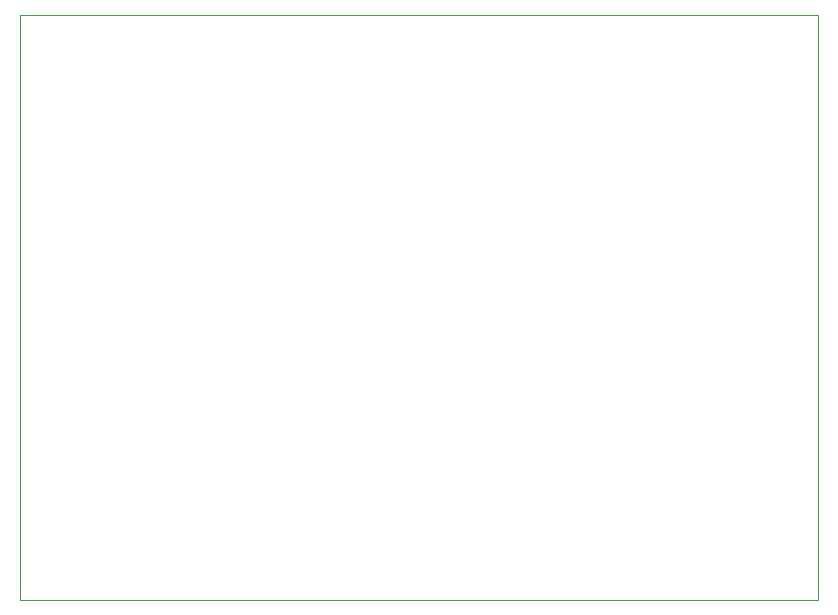
<source format=gm1>
G04 #@! TF.GenerationSoftware,KiCad,Pcbnew,(5.1.6)-1*
G04 #@! TF.CreationDate,2020-10-21T16:53:57-04:00*
G04 #@! TF.ProjectId,SAR_pcb,5341525f-7063-4622-9e6b-696361645f70,rev?*
G04 #@! TF.SameCoordinates,Original*
G04 #@! TF.FileFunction,Profile,NP*
%FSLAX46Y46*%
G04 Gerber Fmt 4.6, Leading zero omitted, Abs format (unit mm)*
G04 Created by KiCad (PCBNEW (5.1.6)-1) date 2020-10-21 16:53:57*
%MOMM*%
%LPD*%
G01*
G04 APERTURE LIST*
G04 #@! TA.AperFunction,Profile*
%ADD10C,0.050000*%
G04 #@! TD*
G04 APERTURE END LIST*
D10*
X112776000Y-72644000D02*
X170180000Y-72644000D01*
X112776000Y-122174000D02*
X112776000Y-72644000D01*
X180340000Y-122174000D02*
X112776000Y-122174000D01*
X180340000Y-72644000D02*
X180340000Y-122174000D01*
X170180000Y-72644000D02*
X180340000Y-72644000D01*
M02*

</source>
